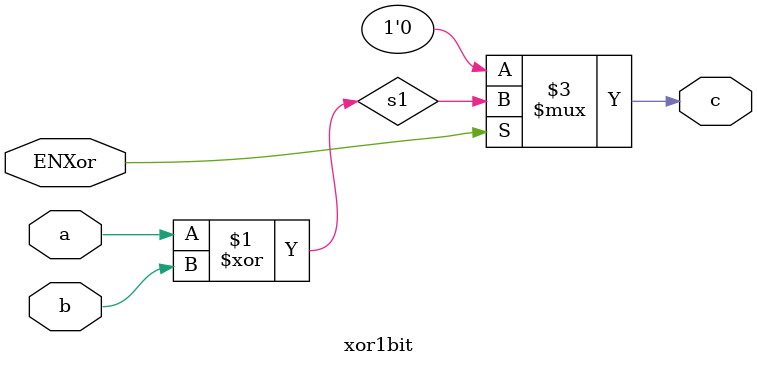
<source format=v>
module xor1bit(
input wire a,b,
output c,
input ENXor
);
wire s1;
xor n1(s1,a,b);
assign c = (ENXor ==1)? s1:1'b0;

endmodule
</source>
